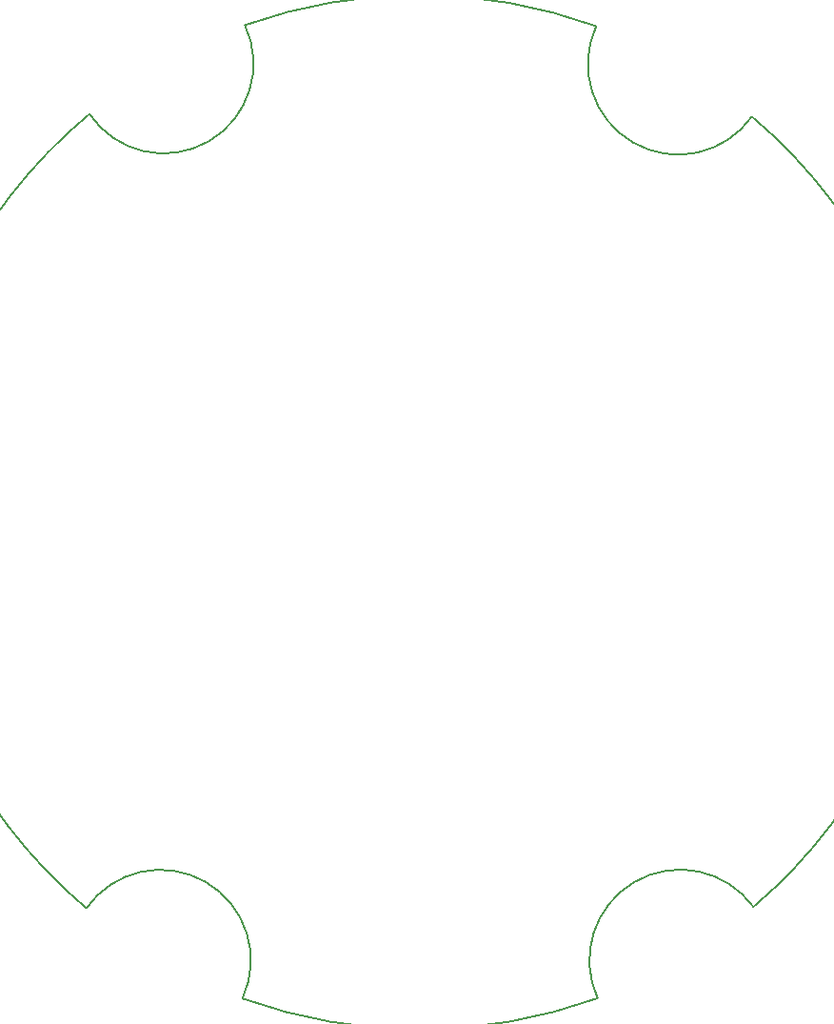
<source format=gm1>
%TF.GenerationSoftware,KiCad,Pcbnew,(6.0.5)*%
%TF.CreationDate,2023-03-12T20:27:37+02:00*%
%TF.ProjectId,rpi-cm4-base-carrier-rocket,7270692d-636d-4342-9d62-6173652d6361,v01*%
%TF.SameCoordinates,Original*%
%TF.FileFunction,Profile,NP*%
%FSLAX46Y46*%
G04 Gerber Fmt 4.6, Leading zero omitted, Abs format (unit mm)*
G04 Created by KiCad (PCBNEW (6.0.5)) date 2023-03-12 20:27:37*
%MOMM*%
%LPD*%
G01*
G04 APERTURE LIST*
%TA.AperFunction,Profile*%
%ADD10C,0.200000*%
%TD*%
G04 APERTURE END LIST*
D10*
X124994472Y-145047857D02*
G75*
G03*
X111115242Y-137021490I-7297772J3393857D01*
G01*
X124994541Y-145047899D02*
G75*
G03*
X156581242Y-145022490I15758159J43760599D01*
G01*
X170434044Y-136905968D02*
G75*
G03*
X156581243Y-145022490I-6517744J-4755732D01*
G01*
X156450000Y-58650000D02*
G75*
G03*
X170297242Y-66663490I7298840J-3358370D01*
G01*
X170434000Y-136906000D02*
G75*
G03*
X170297242Y-66663490I-29748140J35063470D01*
G01*
X111389821Y-66434345D02*
G75*
G03*
X125212241Y-58535490I6607319J4481215D01*
G01*
X156465665Y-58631078D02*
G75*
G03*
X125212242Y-58535490I-15759465J-43357022D01*
G01*
X111389821Y-66434345D02*
G75*
G03*
X111115242Y-137021490I29320424J-35408161D01*
G01*
M02*

</source>
